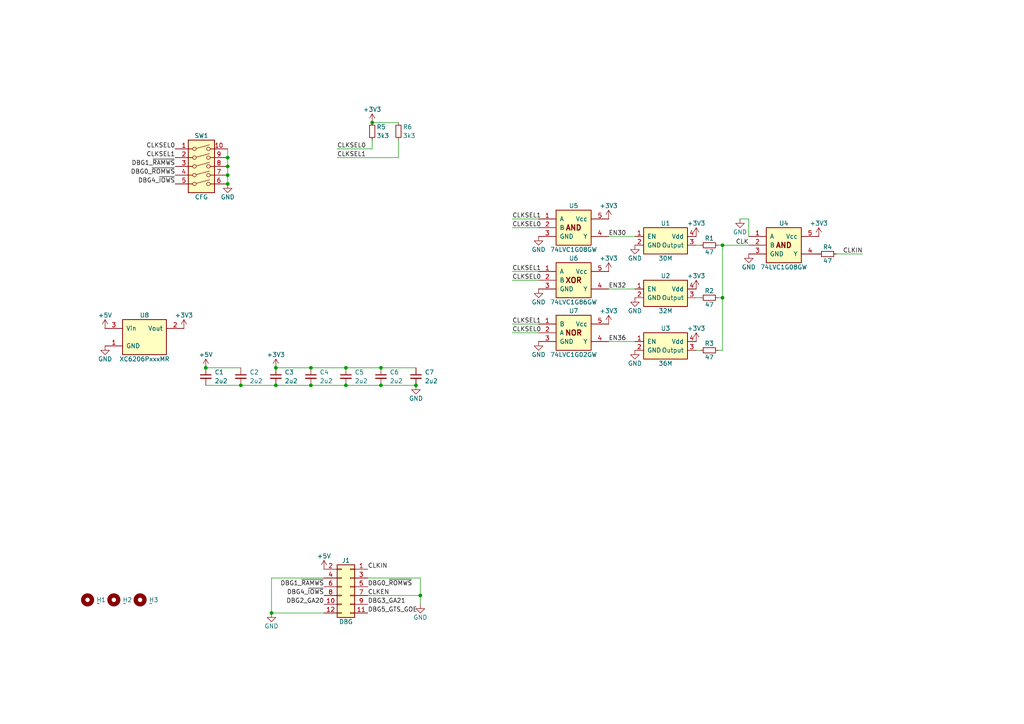
<source format=kicad_sch>
(kicad_sch (version 20231120) (generator "eeschema") (generator_version "8.0")
  (paper "A4")
  (title_block (title "WarpSE-OC (GW4411A)") (date "2024-10-19") (rev "1.0") (company "Garrett's Workshop"))
  (lib_symbols
    (symbol "+5V_1" (power) (pin_numbers hide) (pin_names (offset 0) hide)
      (property "Value" "+5V" (at 0 3.556 0))
      (symbol "+5V_1_0_1"
        (polyline (pts (xy -0.762 1.27) (xy 0 2.54)))
        (polyline (pts (xy 0 0) (xy 0 2.54)))
        (polyline (pts (xy 0 2.54) (xy 0.762 1.27)))
      )
      (symbol "+5V_1_1_1"
        (pin power_in line (at 0 0 90) (length 0) (name "~") (number "1"))
      )
    )
    (symbol "Connector_Generic:Conn_02x06_Odd_Even" (pin_names (offset 1.016) hide)
      (property "Reference" "J" (at 1.27 7.62 0))
      (property "Value" "Conn_02x06_Odd_Even" (at 1.27 -10.16 0))
      (symbol "Conn_02x06_Odd_Even_1_1"
        (rectangle (start -1.27 -7.493) (end 0 -7.747) (stroke (width 0.1524)))
        (rectangle (start -1.27 -4.953) (end 0 -5.207) (stroke (width 0.1524)))
        (rectangle (start -1.27 -2.413) (end 0 -2.667) (stroke (width 0.1524)))
        (rectangle (start -1.27 0.127) (end 0 -0.127) (stroke (width 0.1524)))
        (rectangle (start -1.27 2.667) (end 0 2.413) (stroke (width 0.1524)))
        (rectangle (start -1.27 5.207) (end 0 4.953) (stroke (width 0.1524)))
        (rectangle (start -1.27 6.35) (end 3.81 -8.89) (stroke (width 0.254)) (fill (type background)))
        (rectangle (start 3.81 -7.493) (end 2.54 -7.747) (stroke (width 0.1524)))
        (rectangle (start 3.81 -4.953) (end 2.54 -5.207) (stroke (width 0.1524)))
        (rectangle (start 3.81 -2.413) (end 2.54 -2.667) (stroke (width 0.1524)))
        (rectangle (start 3.81 0.127) (end 2.54 -0.127) (stroke (width 0.1524)))
        (rectangle (start 3.81 2.667) (end 2.54 2.413) (stroke (width 0.1524)))
        (rectangle (start 3.81 5.207) (end 2.54 4.953) (stroke (width 0.1524)))
        (pin passive line (at -5.08 5.08 0) (length 3.81) (name "Pin_1") (number "1"))
        (pin passive line (at 7.62 -5.08 180) (length 3.81) (name "Pin_10") (number "10"))
        (pin passive line (at -5.08 -7.62 0) (length 3.81) (name "Pin_11") (number "11"))
        (pin passive line (at 7.62 -7.62 180) (length 3.81) (name "Pin_12") (number "12"))
        (pin passive line (at 7.62 5.08 180) (length 3.81) (name "Pin_2") (number "2"))
        (pin passive line (at -5.08 2.54 0) (length 3.81) (name "Pin_3") (number "3"))
        (pin passive line (at 7.62 2.54 180) (length 3.81) (name "Pin_4") (number "4"))
        (pin passive line (at -5.08 0 0) (length 3.81) (name "Pin_5") (number "5"))
        (pin passive line (at 7.62 0 180) (length 3.81) (name "Pin_6") (number "6"))
        (pin passive line (at -5.08 -2.54 0) (length 3.81) (name "Pin_7") (number "7"))
        (pin passive line (at 7.62 -2.54 180) (length 3.81) (name "Pin_8") (number "8"))
        (pin passive line (at -5.08 -5.08 0) (length 3.81) (name "Pin_9") (number "9"))
      )
    )
    (symbol "Device:C_Small" (pin_numbers hide) (pin_names (offset 0.254) hide)
      (property "Reference" "C" (at 0.254 1.778 0))
      (property "Value" "C_Small" (at 0.254 -2.032 0))
      (symbol "C_Small_0_1"
        (polyline (pts (xy -1.524 -0.508) (xy 1.524 -0.508)) (stroke (width 0.3302)))
        (polyline (pts (xy -1.524 0.508) (xy 1.524 0.508)) (stroke (width 0.3048)))
      )
      (symbol "C_Small_1_1"
        (pin passive line (at 0 2.54 270) (length 2.032) (name "~") (number "1"))
        (pin passive line (at 0 -2.54 90) (length 2.032) (name "~") (number "2"))
      )
    )
    (symbol "Device:R_Small" (pin_numbers hide) (pin_names (offset 0.254) hide)
      (property "Reference" "R" (at 0.762 0.508 0))
      (property "Value" "R_Small" (at 0.762 -1.016 0))
      (symbol "R_Small_0_1"
        (rectangle (start -0.762 1.778) (end 0.762 -1.778) (stroke (width 0.2032)))
      )
      (symbol "R_Small_1_1"
        (pin passive line (at 0 2.54 270) (length 0.762) (name "~") (number "1"))
        (pin passive line (at 0 -2.54 90) (length 0.762) (name "~") (number "2"))
      )
    )
    (symbol "GND_1" (power) (pin_numbers hide) (pin_names (offset 0) hide)
      (property "Value" "GND" (at 0 -3.81 0))
      (symbol "GND_1_0_1"
        (polyline (pts (xy 0 0) (xy 0 -1.27) (xy 1.27 -1.27) (xy 0 -2.54) (xy -1.27 -1.27) (xy 0 -1.27)))
      )
      (symbol "GND_1_1_1"
        (pin power_in line (at 0 0 270) (length 0) (name "~") (number "1"))
      )
    )
    (symbol "GW_Logic:741G02GW" (pin_names (offset 1.016))
      (property "Reference" "U" (at 0 6.35 0))
      (property "Value" "741G02GW" (at 0 -6.35 0))
      (symbol "741G02GW_0_1"
        (rectangle (start -5.08 5.08) (end 5.08 -5.08) (stroke (width 0.254)) (fill (type background)))
      )
      (symbol "741G02GW_1_1"
        (text "NOR" (at 0 0 0) (effects (font (size 1.524 1.524) (bold yes))))
        (pin input line (at -10.16 2.54 0) (length 5.08) (name "B") (number "1"))
        (pin input line (at -10.16 0 0) (length 5.08) (name "A") (number "2"))
        (pin power_in line (at -10.16 -2.54 0) (length 5.08) (name "GND") (number "3"))
        (pin output line (at 10.16 -2.54 180) (length 5.08) (name "Y") (number "4"))
        (pin power_in line (at 10.16 2.54 180) (length 5.08) (name "Vcc") (number "5"))
      )
    )
    (symbol "GW_Logic:741G08GW" (pin_names (offset 1.016))
      (property "Reference" "U" (at 0 6.35 0))
      (property "Value" "741G08GW" (at 0 -6.35 0))
      (symbol "741G08GW_0_1"
        (rectangle (start 5.08 -5.08) (end -5.08 5.08) (stroke (width 0.254)) (fill (type background)))
      )
      (symbol "741G08GW_1_1"
        (text "AND" (at 0 0 0) (effects (font (size 1.524 1.524) (bold yes))))
        (pin input line (at -10.16 2.54 0) (length 5.08) (name "A") (number "1"))
        (pin input line (at -10.16 0 0) (length 5.08) (name "B") (number "2"))
        (pin power_in line (at -10.16 -2.54 0) (length 5.08) (name "GND") (number "3"))
        (pin output line (at 10.16 -2.54 180) (length 5.08) (name "Y") (number "4"))
        (pin power_in line (at 10.16 2.54 180) (length 5.08) (name "Vcc") (number "5"))
      )
    )
    (symbol "GW_Logic:741G86GW" (pin_names (offset 1.016))
      (property "Reference" "U" (at 0 6.35 0))
      (property "Value" "741G86GW" (at 0 -6.35 0))
      (symbol "741G86GW_0_1"
        (rectangle (start 5.08 -5.08) (end -5.08 5.08) (stroke (width 0.254)) (fill (type background)))
      )
      (symbol "741G86GW_1_1"
        (text "XOR" (at 0 0 0) (effects (font (size 1.524 1.524) (bold yes))))
        (pin input line (at -10.16 2.54 0) (length 5.08) (name "A") (number "1"))
        (pin input line (at -10.16 0 0) (length 5.08) (name "B") (number "2"))
        (pin power_in line (at -10.16 -2.54 0) (length 5.08) (name "GND") (number "3"))
        (pin output line (at 10.16 -2.54 180) (length 5.08) (name "Y") (number "4"))
        (pin power_in line (at 10.16 2.54 180) (length 5.08) (name "Vcc") (number "5"))
      )
    )
    (symbol "GW_Logic:Oscillator_4P" (pin_names (offset 1.016))
      (property "Reference" "U" (at 0 6.35 0))
      (property "Value" "Oscillator_4P" (at 0 -3.81 0))
      (symbol "Oscillator_4P_0_1"
        (rectangle (start -6.35 5.08) (end 6.35 -2.54) (stroke (width 0.254)) (fill (type background)))
      )
      (symbol "Oscillator_4P_1_1"
        (pin input line (at -8.89 2.54 0) (length 2.54) (name "EN") (number "1"))
        (pin power_in line (at -8.89 0 0) (length 2.54) (name "GND") (number "2"))
        (pin output line (at 8.89 0 180) (length 2.54) (name "Output") (number "3"))
        (pin power_in line (at 8.89 2.54 180) (length 2.54) (name "Vdd") (number "4"))
      )
    )
    (symbol "GW_Power:XC6206PxxxMR" (pin_names (offset 1.016))
      (property "Reference" "U" (at 0 6.35 0))
      (property "Value" "XC6206PxxxMR" (at 0 -6.35 0))
      (symbol "XC6206PxxxMR_0_1"
        (rectangle (start -6.35 5.08) (end 6.35 -5.08) (stroke (width 0.254)) (fill (type background)))
      )
      (symbol "XC6206PxxxMR_1_1"
        (pin power_in line (at -11.43 -2.54 0) (length 5.08) (name "GND") (number "1"))
        (pin power_out line (at 11.43 2.54 180) (length 5.08) (name "Vout") (number "2"))
        (pin power_in line (at -11.43 2.54 0) (length 5.08) (name "Vin") (number "3"))
      )
    )
    (symbol "Mechanical:MountingHole" (pin_names (offset 1.016))
      (property "Reference" "H" (at 0 5.08 0))
      (property "Value" "MountingHole" (at 0 3.175 0))
      (symbol "MountingHole_0_1"
        (circle (center 0 0) (radius 1.27) (stroke (width 1.27)))
      )
    )
    (symbol "Switch:SW_DIP_x05" (pin_names (offset 0) hide)
      (property "Reference" "SW" (at 0 8.89 0))
      (property "Value" "SW_DIP_x05" (at 0 -8.89 0))
      (symbol "SW_DIP_x05_0_0"
        (circle (center -2.032 -5.08) (radius 0.508))
        (circle (center -2.032 -2.54) (radius 0.508))
        (circle (center -2.032 0) (radius 0.508))
        (circle (center -2.032 2.54) (radius 0.508))
        (circle (center -2.032 5.08) (radius 0.508))
        (polyline (pts (xy -1.524 -4.9276) (xy 2.3622 -3.8862)))
        (polyline (pts (xy -1.524 -2.3876) (xy 2.3622 -1.3462)))
        (polyline (pts (xy -1.524 0.127) (xy 2.3622 1.1684)))
        (polyline (pts (xy -1.524 2.667) (xy 2.3622 3.7084)))
        (polyline (pts (xy -1.524 5.207) (xy 2.3622 6.2484)))
        (circle (center 2.032 -5.08) (radius 0.508))
        (circle (center 2.032 -2.54) (radius 0.508))
        (circle (center 2.032 0) (radius 0.508))
        (circle (center 2.032 2.54) (radius 0.508))
        (circle (center 2.032 5.08) (radius 0.508))
      )
      (symbol "SW_DIP_x05_0_1"
        (rectangle (start -3.81 7.62) (end 3.81 -7.62) (stroke (width 0.254)) (fill (type background)))
      )
      (symbol "SW_DIP_x05_1_1"
        (pin passive line (at -7.62 5.08 0) (length 5.08) (name "~") (number "1"))
        (pin passive line (at 7.62 5.08 180) (length 5.08) (name "~") (number "10"))
        (pin passive line (at -7.62 2.54 0) (length 5.08) (name "~") (number "2"))
        (pin passive line (at -7.62 0 0) (length 5.08) (name "~") (number "3"))
        (pin passive line (at -7.62 -2.54 0) (length 5.08) (name "~") (number "4"))
        (pin passive line (at -7.62 -5.08 0) (length 5.08) (name "~") (number "5"))
        (pin passive line (at 7.62 -5.08 180) (length 5.08) (name "~") (number "6"))
        (pin passive line (at 7.62 -2.54 180) (length 5.08) (name "~") (number "7"))
        (pin passive line (at 7.62 0 180) (length 5.08) (name "~") (number "8"))
        (pin passive line (at 7.62 2.54 180) (length 5.08) (name "~") (number "9"))
      )
    )
    (symbol "power:+3V3" (power) (pin_numbers hide) (pin_names (offset 0) hide)
      (property "Value" "+3V3" (at 0 3.556 0))
      (symbol "+3V3_0_1"
        (polyline (pts (xy -0.762 1.27) (xy 0 2.54)))
        (polyline (pts (xy 0 0) (xy 0 2.54)))
        (polyline (pts (xy 0 2.54) (xy 0.762 1.27)))
      )
      (symbol "+3V3_1_1"
        (pin power_in line (at 0 0 90) (length 0) (name "~") (number "1"))
      )
    )
    (symbol "power:+5V" (power) (pin_names (offset 0))
      (property "Value" "+5V" (at 0 3.556 0))
      (symbol "+5V_0_1"
        (polyline (pts (xy -0.762 1.27) (xy 0 2.54)))
        (polyline (pts (xy 0 0) (xy 0 2.54)))
        (polyline (pts (xy 0 2.54) (xy 0.762 1.27)))
      )
      (symbol "+5V_1_1"
        (pin power_in line (at 0 0 90) (length 0) hide (name "+5V") (number "1"))
      )
    )
    (symbol "power:GND" (power) (pin_names (offset 0))
      (property "Value" "GND" (at 0 -3.81 0))
      (symbol "GND_0_1"
        (polyline (pts (xy 0 0) (xy 0 -1.27) (xy 1.27 -1.27) (xy 0 -2.54) (xy -1.27 -1.27) (xy 0 -1.27)))
      )
      (symbol "GND_1_1"
        (pin power_in line (at 0 0 270) (length 0) hide (name "GND") (number "1"))
      )
    )
  )
  (junction (at 90.17 106.68))
  (junction (at 78.74 177.8))
  (junction (at 110.49 111.76))
  (junction (at 80.01 111.76))
  (junction (at 209.55 86.36))
  (junction (at 69.85 111.76))
  (junction (at 66.04 45.72))
  (junction (at 80.01 106.68))
  (junction (at 107.95 35.56))
  (junction (at 110.49 106.68))
  (junction (at 66.04 50.8))
  (junction (at 100.33 111.76))
  (junction (at 90.17 111.76))
  (junction (at 59.69 106.68))
  (junction (at 100.33 106.68))
  (junction (at 120.65 111.76))
  (junction (at 209.55 71.12))
  (junction (at 121.92 172.72))
  (junction (at 66.04 53.34))
  (junction (at 66.04 48.26))
  (wire (pts (xy 176.53 99.06) (xy 184.15 99.06)))
  (wire (pts (xy 110.49 111.76) (xy 120.65 111.76)))
  (wire (pts (xy 80.01 106.68) (xy 90.17 106.68)))
  (wire (pts (xy 148.59 66.04) (xy 156.21 66.04)))
  (wire (pts (xy 121.92 167.64) (xy 106.68 167.64)))
  (wire (pts (xy 176.53 68.58) (xy 184.15 68.58)))
  (wire (pts (xy 201.93 101.6) (xy 203.2 101.6)))
  (wire (pts (xy 148.59 81.28) (xy 156.21 81.28)))
  (wire (pts (xy 214.63 63.5) (xy 217.17 63.5)))
  (wire (pts (xy 59.69 106.68) (xy 69.85 106.68)))
  (wire (pts (xy 148.59 93.98) (xy 156.21 93.98)))
  (wire (pts (xy 66.04 45.72) (xy 66.04 48.26)))
  (wire (pts (xy 59.69 111.76) (xy 69.85 111.76)))
  (wire (pts (xy 66.04 43.18) (xy 66.04 45.72)))
  (wire (pts (xy 100.33 111.76) (xy 110.49 111.76)))
  (wire (pts (xy 209.55 86.36) (xy 209.55 101.6)))
  (wire (pts (xy 208.28 71.12) (xy 209.55 71.12)))
  (wire (pts (xy 201.93 86.36) (xy 203.2 86.36)))
  (wire (pts (xy 66.04 50.8) (xy 66.04 53.34)))
  (wire (pts (xy 69.85 111.76) (xy 80.01 111.76)))
  (wire (pts (xy 121.92 172.72) (xy 121.92 175.26)))
  (wire (pts (xy 80.01 111.76) (xy 90.17 111.76)))
  (wire (pts (xy 97.79 45.72) (xy 115.57 45.72)))
  (wire (pts (xy 66.04 48.26) (xy 66.04 50.8)))
  (wire (pts (xy 100.33 106.68) (xy 110.49 106.68)))
  (wire (pts (xy 217.17 71.12) (xy 209.55 71.12)))
  (wire (pts (xy 78.74 177.8) (xy 93.98 177.8)))
  (wire (pts (xy 217.17 63.5) (xy 217.17 68.58)))
  (wire (pts (xy 242.57 73.66) (xy 250.19 73.66)))
  (wire (pts (xy 78.74 167.64) (xy 78.74 177.8)))
  (wire (pts (xy 148.59 63.5) (xy 156.21 63.5)))
  (wire (pts (xy 90.17 106.68) (xy 100.33 106.68)))
  (wire (pts (xy 106.68 172.72) (xy 121.92 172.72)))
  (wire (pts (xy 121.92 167.64) (xy 121.92 172.72)))
  (wire (pts (xy 148.59 96.52) (xy 156.21 96.52)))
  (wire (pts (xy 148.59 78.74) (xy 156.21 78.74)))
  (wire (pts (xy 107.95 40.64) (xy 107.95 43.18)))
  (wire (pts (xy 201.93 71.12) (xy 203.2 71.12)))
  (wire (pts (xy 115.57 40.64) (xy 115.57 45.72)))
  (wire (pts (xy 209.55 71.12) (xy 209.55 86.36)))
  (wire (pts (xy 209.55 101.6) (xy 208.28 101.6)))
  (wire (pts (xy 176.53 83.82) (xy 184.15 83.82)))
  (wire (pts (xy 110.49 106.68) (xy 120.65 106.68)))
  (wire (pts (xy 78.74 167.64) (xy 93.98 167.64)))
  (wire (pts (xy 97.79 43.18) (xy 107.95 43.18)))
  (wire (pts (xy 208.28 86.36) (xy 209.55 86.36)))
  (wire (pts (xy 107.95 35.56) (xy 115.57 35.56)))
  (wire (pts (xy 90.17 111.76) (xy 100.33 111.76)))
  (label "EN30" (at 176.53 68.58 0))
  (label "DBG4_~{IOWS}" (at 93.98 172.72 180))
  (label "CLKIN" (at 106.68 165.1 0))
  (label "EN36" (at 176.53 99.06 0))
  (label "CLKEN" (at 106.68 172.72 0))
  (label "DBG2_GA20" (at 93.98 175.26 180))
  (label "CLKSEL1" (at 148.59 78.74 0))
  (label "DBG1_~{RAMWS}" (at 50.8 48.26 180))
  (label "CLKIN" (at 250.19 73.66 180))
  (label "CLKSEL1" (at 97.79 45.72 0))
  (label "DBG3_GA21" (at 106.68 175.26 0))
  (label "EN32" (at 176.53 83.82 0))
  (label "CLKSEL0" (at 148.59 66.04 0))
  (label "DBG0_~{ROMWS}" (at 106.68 170.18 0))
  (label "DBG0_~{ROMWS}" (at 50.8 50.8 180))
  (label "CLKSEL1" (at 50.8 45.72 180))
  (label "CLKSEL0" (at 148.59 96.52 0))
  (label "DBG5_GTS_GOE" (at 106.68 177.8 0))
  (label "CLKSEL0" (at 97.79 43.18 0))
  (label "CLKSEL1" (at 148.59 93.98 0))
  (label "CLKSEL0" (at 50.8 43.18 180))
  (label "DBG4_~{IOWS}" (at 50.8 53.34 180))
  (label "CLK" (at 217.17 71.12 180))
  (label "CLKSEL0" (at 148.59 81.28 0))
  (label "CLKSEL1" (at 148.59 63.5 0))
  (label "DBG1_~{RAMWS}" (at 93.98 170.18 180))
  (symbol (lib_id "Mechanical:MountingHole") (at 25.4 173.99 0) (unit 1)
    (property "Reference" "H1" (at 27.94 173.99 0) (effects (justify left)))
    (property "Value" "~" (at 27.94 175.006 0) (effects (justify left)))
    (property "Footprint" "stdpads:PasteHole_1.152mm_NPTH" (effects (hide yes)))
  )
  (symbol (lib_id "Mechanical:MountingHole") (at 33.02 173.99 0) (unit 1)
    (property "Reference" "H2" (at 35.56 173.99 0) (effects (justify left)))
    (property "Value" "~" (at 35.56 175.006 0) (effects (justify left)))
    (property "Footprint" "stdpads:PasteHole_1.152mm_NPTH" (effects (hide yes)))
  )
  (symbol (lib_id "Mechanical:MountingHole") (at 40.64 173.99 0) (unit 1)
    (property "Reference" "H3" (at 43.18 173.99 0) (effects (justify left)))
    (property "Value" "~" (at 43.18 175.006 0) (effects (justify left)))
    (property "Footprint" "stdpads:PasteHole_1.152mm_NPTH" (effects (hide yes)))
  )
  (symbol (lib_id "power:+3V3") (at 80.01 106.68 0) (unit 1)
    (property "Reference" "#PWR018" (effects (hide yes)))
    (property "Value" "+3V3" (at 80.01 102.87 0))
    (property "Description" "Power symbol creates a global label with name \"+3V3\"" (effects (hide yes)))
  )
  (symbol (lib_id "power:GND") (at 184.15 101.6 0) (unit 1)
    (property "Reference" "#PWR012" (effects (hide yes)))
    (property "Value" "GND" (at 184.15 105.41 0))
  )
  (symbol (lib_id "power:+3V3") (at 53.34 95.25 0) (unit 1)
    (property "Reference" "#PWR021" (effects (hide yes)))
    (property "Value" "+3V3" (at 53.34 91.44 0))
    (property "Description" "Power symbol creates a global label with name \"+3V3\"" (effects (hide yes)))
  )
  (symbol (lib_id "Switch:SW_DIP_x05") (at 58.42 48.26 0) (unit 1)
    (property "Reference" "SW1" (at 58.42 39.37 0))
    (property "Value" "CFG" (at 58.42 57.15 0))
    (property "Footprint" "stdpads:SW_DIP_SPSTx05_Slide_DSHP05TS_P1.27mm" (effects (hide yes)))
    (property "Description" "5x DIP Switch, Single Pole Single Throw (SPST) switch, small symbol" (effects (hide yes)))
    (property "LCSC Part" "C2884836" (effects (hide yes)))
  )
  (symbol (lib_id "Device:C_Small") (at 120.65 109.22 0) (unit 1)
    (property "Reference" "C7" (at 123.19 107.9562 0) (effects (justify left)))
    (property "Value" "2u2" (at 123.19 110.4962 0) (effects (justify left)))
    (property "Footprint" "stdpads:C_0603" (effects (hide yes)))
    (property "Description" "Unpolarized capacitor, small symbol" (effects (hide yes)))
    (property "LCSC Part" "c23630" (effects (hide yes)))
  )
  (symbol (lib_id "GW_Power:XC6206PxxxMR") (at 41.91 97.79 0) (unit 1)
    (property "Reference" "U8" (at 41.91 91.44 0))
    (property "Value" "XC6206PxxxMR" (at 41.91 104.14 0))
    (property "Footprint" "stdpads:SOT-23" (effects (hide yes)))
    (property "LCSC Part" "C5446" (effects (hide yes)))
  )
  (symbol (lib_id "GW_Logic:741G02GW") (at 166.37 96.52 0) (unit 1)
    (property "Reference" "U7" (at 166.37 90.17 0))
    (property "Value" "74LVC1G02GW" (at 166.37 102.87 0))
    (property "Footprint" "stdpads:SOT-353" (effects (hide yes)))
    (property "LCSC Part" "C546692" (effects (hide yes)))
  )
  (symbol (lib_name "+5V_1") (lib_id "power:+5V") (at 30.48 95.25 0) (unit 1)
    (property "Reference" "#PWR019" (effects (hide yes)))
    (property "Value" "+5V" (at 30.48 91.44 0))
    (property "Description" "Power symbol creates a global label with name \"+5V\"" (effects (hide yes)))
  )
  (symbol (lib_id "power:GND") (at 78.74 177.8 0) (unit 1)
    (property "Reference" "#PWR06" (effects (hide yes)))
    (property "Value" "GND" (at 78.74 181.61 0))
  )
  (symbol (lib_id "Device:C_Small") (at 90.17 109.22 0) (unit 1)
    (property "Reference" "C4" (at 92.71 107.9562 0) (effects (justify left)))
    (property "Value" "2u2" (at 92.71 110.4962 0) (effects (justify left)))
    (property "Footprint" "stdpads:C_0603" (effects (hide yes)))
    (property "Description" "Unpolarized capacitor, small symbol" (effects (hide yes)))
    (property "LCSC Part" "c23630" (effects (hide yes)))
  )
  (symbol (lib_id "Device:C_Small") (at 100.33 109.22 0) (unit 1)
    (property "Reference" "C5" (at 102.87 107.9562 0) (effects (justify left)))
    (property "Value" "2u2" (at 102.87 110.4962 0) (effects (justify left)))
    (property "Footprint" "stdpads:C_0603" (effects (hide yes)))
    (property "Description" "Unpolarized capacitor, small symbol" (effects (hide yes)))
    (property "LCSC Part" "c23630" (effects (hide yes)))
  )
  (symbol (lib_id "power:+3V3") (at 107.95 35.56 0) (unit 1)
    (property "Reference" "#PWR023" (effects (hide yes)))
    (property "Value" "+3V3" (at 107.95 31.75 0))
    (property "Description" "Power symbol creates a global label with name \"+3V3\"" (effects (hide yes)))
  )
  (symbol (lib_id "power:+3V3") (at 176.53 63.5 0) (unit 1)
    (property "Reference" "#PWR022" (effects (hide yes)))
    (property "Value" "+3V3" (at 176.53 59.69 0))
    (property "Description" "Power symbol creates a global label with name \"+3V3\"" (effects (hide yes)))
  )
  (symbol (lib_id "GW_Logic:Oscillator_4P") (at 193.04 71.12 0) (unit 1)
    (property "Reference" "U1" (at 193.04 64.77 0))
    (property "Value" "30M" (at 193.04 74.93 0))
    (property "Footprint" "stdpads:Crystal_SMD_3225-4Pin_3.2x2.5mm" (effects (hide yes)))
    (property "LCSC Part" "C5179973" (effects (hide yes)))
  )
  (symbol (lib_id "power:GND") (at 120.65 111.76 0) (unit 1)
    (property "Reference" "#PWR017" (effects (hide yes)))
    (property "Value" "GND" (at 120.65 115.57 0))
  )
  (symbol (lib_id "power:GND") (at 184.15 71.12 0) (unit 1)
    (property "Reference" "#PWR04" (effects (hide yes)))
    (property "Value" "GND" (at 184.15 74.93 0))
  )
  (symbol (lib_id "power:+3V3") (at 176.53 78.74 0) (unit 1)
    (property "Reference" "#PWR024" (effects (hide yes)))
    (property "Value" "+3V3" (at 176.53 74.93 0))
    (property "Description" "Power symbol creates a global label with name \"+3V3\"" (effects (hide yes)))
  )
  (symbol (lib_id "power:GND") (at 217.17 73.66 0) (unit 1)
    (property "Reference" "#PWR029" (effects (hide yes)))
    (property "Value" "GND" (at 217.17 77.47 0))
  )
  (symbol (lib_id "Device:R_Small") (at 115.57 38.1 180) (unit 1)
    (property "Reference" "R6" (at 116.84 36.83 0) (effects (justify right)))
    (property "Value" "3k3" (at 116.84 39.37 0) (effects (justify right)))
    (property "Footprint" "stdpads:R_0603" (effects (hide yes)))
    (property "Description" "Resistor, small symbol" (effects (hide yes)))
    (property "LCSC Part" "C22978" (effects (hide yes)))
  )
  (symbol (lib_id "Device:R_Small") (at 205.74 71.12 90) (unit 1)
    (property "Reference" "R1" (at 205.74 69.85 90) (effects (justify top)))
    (property "Value" "47" (at 205.74 72.39 90) (effects (justify bottom)))
    (property "Footprint" "stdpads:R_0603" (effects (hide yes)))
    (property "Description" "Resistor, small symbol" (effects (hide yes)))
    (property "LCSC Part" "C23182" (effects (hide yes)))
  )
  (symbol (lib_id "Connector_Generic:Conn_02x06_Odd_Even") (at 101.6 170.18 0) (mirror y) (unit 1)
    (property "Reference" "J1" (at 100.33 162.56 0))
    (property "Value" "DBG" (at 100.33 180.34 0))
    (property "Footprint" "stdpads:PinHeader_2x06_P2.00mm_Vertical" (effects (hide yes)))
    (property "Description" "Generic connector, double row, 02x06, odd/even pin numbering scheme (row 1 odd numbers, row 2 even numbers), script generated (kicad-library-utils/schlib/autogen/connector/)" (effects (hide yes)))
  )
  (symbol (lib_id "GW_Logic:Oscillator_4P") (at 193.04 86.36 0) (unit 1)
    (property "Reference" "U2" (at 193.04 80.01 0))
    (property "Value" "32M" (at 193.04 90.17 0))
    (property "Footprint" "stdpads:Crystal_SMD_3225-4Pin_3.2x2.5mm" (effects (hide yes)))
    (property "LCSC Part" "C5179975" (effects (hide yes)))
  )
  (symbol (lib_id "Device:R_Small") (at 205.74 101.6 90) (unit 1)
    (property "Reference" "R3" (at 205.74 100.33 90) (effects (justify top)))
    (property "Value" "47" (at 205.74 102.87 90) (effects (justify bottom)))
    (property "Footprint" "stdpads:R_0603" (effects (hide yes)))
    (property "Description" "Resistor, small symbol" (effects (hide yes)))
    (property "LCSC Part" "C23182" (effects (hide yes)))
  )
  (symbol (lib_id "power:GND") (at 30.48 100.33 0) (unit 1)
    (property "Reference" "#PWR020" (effects (hide yes)))
    (property "Value" "GND" (at 30.48 104.14 0))
  )
  (symbol (lib_id "Device:R_Small") (at 240.03 73.66 90) (unit 1)
    (property "Reference" "R4" (at 240.03 72.39 90) (effects (justify top)))
    (property "Value" "47" (at 240.03 74.93 90) (effects (justify bottom)))
    (property "Footprint" "stdpads:R_0603" (effects (hide yes)))
    (property "Description" "Resistor, small symbol" (effects (hide yes)))
    (property "LCSC Part" "C23182" (effects (hide yes)))
  )
  (symbol (lib_id "GW_Logic:741G86GW") (at 166.37 81.28 0) (unit 1)
    (property "Reference" "U6" (at 166.37 74.93 0))
    (property "Value" "74LVC1G86GW" (at 166.37 87.63 0))
    (property "Footprint" "stdpads:SOT-353" (effects (hide yes)))
    (property "LCSC Part" "C52350" (effects (hide yes)))
  )
  (symbol (lib_id "power:GND") (at 121.92 175.26 0) (mirror y) (unit 1)
    (property "Reference" "#PWR09" (effects (hide yes)))
    (property "Value" "GND" (at 121.92 179.07 0))
  )
  (symbol (lib_id "power:+5V") (at 93.98 165.1 0) (unit 1)
    (property "Reference" "#PWR07" (effects (hide yes)))
    (property "Value" "+5V" (at 93.98 161.29 0))
  )
  (symbol (lib_id "Device:C_Small") (at 59.69 109.22 0) (unit 1)
    (property "Reference" "C1" (at 62.23 107.9562 0) (effects (justify left)))
    (property "Value" "2u2" (at 62.23 110.4962 0) (effects (justify left)))
    (property "Footprint" "stdpads:C_0603" (effects (hide yes)))
    (property "Description" "Unpolarized capacitor, small symbol" (effects (hide yes)))
    (property "LCSC Part" "c23630" (effects (hide yes)))
  )
  (symbol (lib_id "power:+3V3") (at 201.93 68.58 0) (unit 1)
    (property "Reference" "#PWR05" (effects (hide yes)))
    (property "Value" "+3V3" (at 201.93 64.77 0))
    (property "Description" "Power symbol creates a global label with name \"+3V3\"" (effects (hide yes)))
  )
  (symbol (lib_id "GW_Logic:741G08GW") (at 227.33 71.12 0) (unit 1)
    (property "Reference" "U4" (at 227.33 64.77 0))
    (property "Value" "74LVC1G08GW" (at 227.33 77.47 0))
    (property "Footprint" "stdpads:SOT-353" (effects (hide yes)))
    (property "LCSC Part" "C12512" (effects (hide yes)))
  )
  (symbol (lib_id "GW_Logic:741G08GW") (at 166.37 66.04 0) (unit 1)
    (property "Reference" "U5" (at 166.37 59.69 0))
    (property "Value" "74LVC1G08GW" (at 166.37 72.39 0))
    (property "Footprint" "stdpads:SOT-353" (effects (hide yes)))
    (property "LCSC Part" "C12512" (effects (hide yes)))
  )
  (symbol (lib_id "power:+3V3") (at 237.49 68.58 0) (unit 1)
    (property "Reference" "#PWR031" (effects (hide yes)))
    (property "Value" "+3V3" (at 237.49 64.77 0))
    (property "Description" "Power symbol creates a global label with name \"+3V3\"" (effects (hide yes)))
  )
  (symbol (lib_id "Device:C_Small") (at 69.85 109.22 0) (unit 1)
    (property "Reference" "C2" (at 72.39 107.9562 0) (effects (justify left)))
    (property "Value" "2u2" (at 72.39 110.4962 0) (effects (justify left)))
    (property "Footprint" "stdpads:C_0603" (effects (hide yes)))
    (property "Description" "Unpolarized capacitor, small symbol" (effects (hide yes)))
    (property "LCSC Part" "c23630" (effects (hide yes)))
  )
  (symbol (lib_id "power:GND") (at 156.21 68.58 0) (unit 1)
    (property "Reference" "#PWR026" (effects (hide yes)))
    (property "Value" "GND" (at 156.21 72.39 0))
  )
  (symbol (lib_id "Device:C_Small") (at 80.01 109.22 0) (unit 1)
    (property "Reference" "C3" (at 82.55 107.9562 0) (effects (justify left)))
    (property "Value" "2u2" (at 82.55 110.4962 0) (effects (justify left)))
    (property "Footprint" "stdpads:C_0603" (effects (hide yes)))
    (property "Description" "Unpolarized capacitor, small symbol" (effects (hide yes)))
    (property "LCSC Part" "c23630" (effects (hide yes)))
  )
  (symbol (lib_id "Device:R_Small") (at 205.74 86.36 90) (unit 1)
    (property "Reference" "R2" (at 205.74 85.09 90) (effects (justify top)))
    (property "Value" "47" (at 205.74 87.63 90) (effects (justify bottom)))
    (property "Footprint" "stdpads:R_0603" (effects (hide yes)))
    (property "Description" "Resistor, small symbol" (effects (hide yes)))
    (property "LCSC Part" "C23182" (effects (hide yes)))
  )
  (symbol (lib_id "power:GND") (at 156.21 83.82 0) (unit 1)
    (property "Reference" "#PWR027" (effects (hide yes)))
    (property "Value" "GND" (at 156.21 87.63 0))
  )
  (symbol (lib_id "power:GND") (at 214.63 63.5 0) (unit 1)
    (property "Reference" "#PWR030" (effects (hide yes)))
    (property "Value" "GND" (at 214.63 67.31 0))
  )
  (symbol (lib_id "Device:R_Small") (at 107.95 38.1 180) (unit 1)
    (property "Reference" "R5" (at 109.22 36.83 0) (effects (justify right)))
    (property "Value" "3k3" (at 109.22 39.37 0) (effects (justify right)))
    (property "Footprint" "stdpads:R_0603" (effects (hide yes)))
    (property "Description" "Resistor, small symbol" (effects (hide yes)))
    (property "LCSC Part" "C22978" (effects (hide yes)))
  )
  (symbol (lib_id "power:+3V3") (at 176.53 93.98 0) (unit 1)
    (property "Reference" "#PWR025" (effects (hide yes)))
    (property "Value" "+3V3" (at 176.53 90.17 0))
    (property "Description" "Power symbol creates a global label with name \"+3V3\"" (effects (hide yes)))
  )
  (symbol (lib_name "GND_1") (lib_id "power:GND") (at 66.04 53.34 0) (unit 1)
    (property "Reference" "#PWR08" (effects (hide yes)))
    (property "Value" "GND" (at 66.04 57.15 0))
    (property "Description" "Power symbol creates a global label with name \"GND\" , ground" (effects (hide yes)))
  )
  (symbol (lib_id "GW_Logic:Oscillator_4P") (at 193.04 101.6 0) (unit 1)
    (property "Reference" "U3" (at 193.04 95.25 0))
    (property "Value" "36M" (at 193.04 105.41 0))
    (property "Footprint" "stdpads:Crystal_SMD_3225-4Pin_3.2x2.5mm" (effects (hide yes)))
    (property "LCSC Part" "C5179977" (effects (hide yes)))
  )
  (symbol (lib_name "+5V_1") (lib_id "power:+5V") (at 59.69 106.68 0) (unit 1)
    (property "Reference" "#PWR016" (effects (hide yes)))
    (property "Value" "+5V" (at 59.69 102.87 0))
    (property "Description" "Power symbol creates a global label with name \"+5V\"" (effects (hide yes)))
  )
  (symbol (lib_id "power:+3V3") (at 201.93 83.82 0) (unit 1)
    (property "Reference" "#PWR011" (effects (hide yes)))
    (property "Value" "+3V3" (at 201.93 80.01 0))
    (property "Description" "Power symbol creates a global label with name \"+3V3\"" (effects (hide yes)))
  )
  (symbol (lib_id "Device:C_Small") (at 110.49 109.22 0) (unit 1)
    (property "Reference" "C6" (at 113.03 107.9562 0) (effects (justify left)))
    (property "Value" "2u2" (at 113.03 110.4962 0) (effects (justify left)))
    (property "Footprint" "stdpads:C_0603" (effects (hide yes)))
    (property "Description" "Unpolarized capacitor, small symbol" (effects (hide yes)))
    (property "LCSC Part" "c23630" (effects (hide yes)))
  )
  (symbol (lib_id "power:GND") (at 184.15 86.36 0) (unit 1)
    (property "Reference" "#PWR010" (effects (hide yes)))
    (property "Value" "GND" (at 184.15 90.17 0))
  )
  (symbol (lib_id "power:+3V3") (at 201.93 99.06 0) (unit 1)
    (property "Reference" "#PWR013" (effects (hide yes)))
    (property "Value" "+3V3" (at 201.93 95.25 0))
    (property "Description" "Power symbol creates a global label with name \"+3V3\"" (effects (hide yes)))
  )
  (symbol (lib_id "power:GND") (at 156.21 99.06 0) (unit 1)
    (property "Reference" "#PWR028" (effects (hide yes)))
    (property "Value" "GND" (at 156.21 102.87 0))
  )
)
</source>
